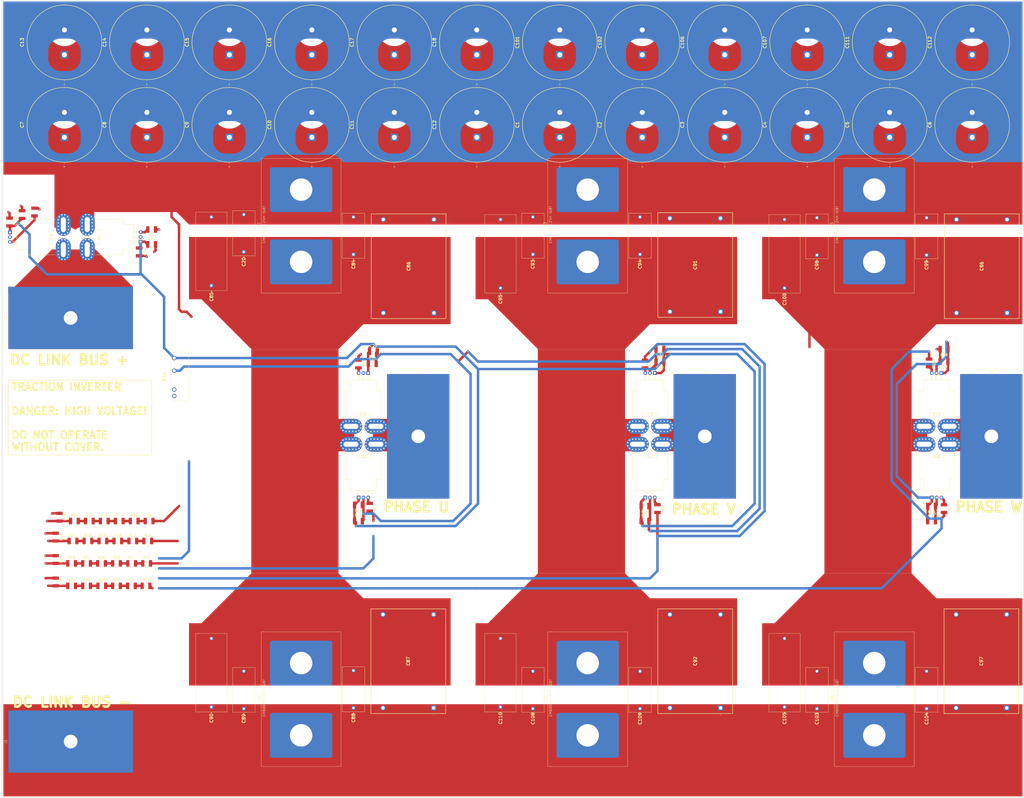
<source format=kicad_pcb>
(kicad_pcb (version 20241229) (generator "pcbnew") (generator_version "9.0")
  (layers (0 "F.Cu" signal) (4 "In1.Cu" signal) (6 "In2.Cu" signal) (2 "B.Cu" signal) (13 "F.Paste" user) (15 "B.Paste" user) (5 "F.SilkS" user "F.Silkscreen") (7 "B.SilkS" user "B.Silkscreen") (1 "F.Mask" user) (3 "B.Mask" user) (25 "Edge.Cuts" user))
  (net 0 "")
  (net 1 "DC_LINK_BUS")
  (net 2 "GNDPWR")
  (net 3 "+5V")
  (net 4 "GND")
  (net 5 "DC_LINK_BUS_IN")
  (net 6 "Net-(IC3-VIOUT)")
  (net 7 "Net-(IC4-VIOUT)")
  (net 8 "PHASE_U")
  (net 9 "PHASE_U_OUT")
  (net 10 "Net-(IC5-VIOUT)")
  (net 11 "Net-(IC6-VIOUT)")
  (net 12 "PHASE_V_OUT")
  (net 13 "PHASE_V")
  (net 14 "Net-(IC7-VIOUT)")
  (net 15 "Net-(IC8-VIOUT)")
  (net 16 "PHASE_W_OUT")
  (net 17 "PHASE_W")
  (net 18 "Net-(IC9-VIOUT)")
  (net 19 "Net-(IC10-VIOUT)")
  (net 20 "DC_LINK_BUS_CURRENT_SENSE")
  (net 21 "PHASE_U_ISENSE")
  (net 22 "PHASE_V_ISENSE")
  (net 23 "PHASE_W_ISENSE")
  (net 24 "Net-(R10-Pad2)")
  (net 25 "Net-(R10-Pad1)")
  (net 26 "Net-(R11-Pad1)")
  (net 27 "Net-(R12-Pad1)")
  (net 28 "Net-(R13-Pad1)")
  (net 29 "DC_LINK_BUS_VSENSE")
  (net 30 "Net-(R16-Pad1)")
  (net 31 "Net-(R17-Pad1)")
  (net 32 "Net-(R18-Pad1)")
  (net 33 "Net-(R19-Pad1)")
  (net 34 "Net-(R20-Pad1)")
  (net 35 "PHASE_U_VSENSE")
  (net 36 "Net-(R23-Pad1)")
  (net 37 "Net-(R24-Pad1)")
  (net 38 "Net-(R25-Pad1)")
  (net 39 "Net-(R26-Pad1)")
  (net 40 "Net-(R27-Pad1)")
  (net 41 "PHASE_V_VSENSE")
  (net 42 "Net-(R30-Pad1)")
  (net 43 "Net-(R31-Pad1)")
  (net 44 "Net-(R32-Pad1)")
  (net 45 "Net-(R33-Pad1)")
  (net 46 "Net-(R34-Pad1)")
  (net 47 "PHASE_W_VSENSE")
  (net 48 "+12V")
  (footprint "InverterCom:BusBarConnection" (layer "F.Cu") (at -83 72.5 90)
    (property "Reference" "J2")
    (property "Value" "~" (hide yes))
  )
  (footprint "InverterCom:ALH82A750CB600" (layer "F.Cu") (at 34.3 -33.1 90)
    (property "Reference" "C16")
    (property "Value" "ALH82A750CB600" (hide yes))
  )
  (footprint "InverterCom:ALH82A750CB600" (layer "F.Cu") (at -31.9 -33.1 90)
    (property "Reference" "C14")
    (property "Value" "ALH82A750CB600" (hide yes))
  )
  (footprint "InverterCom:ALH82A750CB600" (layer "F.Cu") (at 266.2 0 90)
    (property "Reference" "C5")
    (property "Value" "ALH82A750CB600" (hide yes))
  )
  (footprint "Resistor_SMD:R_1210_3225Metric_Pad1.30x2.65mm_HandSolder" (layer "F.Cu") (at -49.55 162)
    (property "Reference" "R19")
    (property "Value" "1M")
  )
  (footprint "InverterCom:ALH82A750CB600" (layer "F.Cu") (at 133.8 0 90)
    (property "Reference" "C1")
    (property "Value" "ALH82A750CB600" (hide yes))
  )
  (footprint "Capacitor_SMD:C_1210_3225Metric_Pad1.33x2.70mm_HandSolder" (layer "F.Cu") (at 53 147.5 180)
    (property "Reference" "C19")
    (property "Value" "100nF")
  )
  (footprint "InverterCom:CM600HA-24H-PWR" (layer "F.Cu") (at 145 240 90)
    (property "Reference" "Q4")
    (property "Value" "~" (hide yes))
  )
  (footprint "Capacitor_SMD:C_1210_3225Metric_Pad1.33x2.70mm_HandSolder" (layer "F.Cu") (at 168 154)
    (property "Reference" "C31")
    (property "Value" "1uF")
  )
  (footprint "Resistor_SMD:R_1210_3225Metric_Pad1.30x2.65mm_HandSolder" (layer "F.Cu") (at -61 154)
    (property "Reference" "R15")
    (property "Value" "0")
  )
  (footprint "Resistor_SMD:R_1210_3225Metric_Pad1.30x2.65mm_HandSolder" (layer "F.Cu") (at -31 154)
    (property "Reference" "R9")
    (property "Value" "1M")
  )
  (footprint "Capacitor_SMD:C_1210_3225Metric_Pad1.33x2.70mm_HandSolder" (layer "F.Cu") (at 174 90 180)
    (property "Reference" "C30")
    (property "Value" "100nF")
  )
  (footprint "InverterCom:BusBarConnection" (layer "F.Cu") (at 192 99.5)
    (property "Reference" "J4")
    (property "Value" "~" (hide yes))
  )
  (footprint "Resistor_SMD:R_1210_3225Metric_Pad1.30x2.65mm_HandSolder" (layer "F.Cu") (at -56.1 171)
    (property "Reference" "R27")
    (property "Value" "0")
  )
  (footprint "InverterCom:ALH82A750CB600" (layer "F.Cu") (at 133.8 -33.1 90)
    (property "Reference" "C101")
    (property "Value" "ALH82A750CB600" (hide yes))
  )
  (footprint "Resistor_SMD:R_1210_3225Metric_Pad1.30x2.65mm_HandSolder" (layer "F.Cu") (at -37.55 162)
    (property "Reference" "R17")
    (property "Value" "1M")
  )
  (footprint "InverterCom:CM600HA-24H-PWR" (layer "F.Cu") (at 30 240 90)
    (property "Reference" "Q2")
    (property "Value" "~" (hide yes))
  )
  (footprint "InverterCom:B32774X__31.5_x_12.5_" (layer "F.Cu") (at 224 60.5 90)
    (property "Reference" "C100")
    (property "Value" "B32774X0205K000" (hide yes))
  )
  (footprint "Capacitor_SMD:C_1210_3225Metric_Pad1.33x2.70mm_HandSolder" (layer "F.Cu") (at 288 85 180)
    (property "Reference" "C28")
    (property "Value" "1uF")
  )
  (footprint "InverterCom:CM600HA-24H-PWR" (layer "F.Cu") (at 145 50 90)
    (property "Reference" "Q3")
    (property "Value" "~" (hide yes))
  )
  (footprint "Resistor_SMD:R_1210_3225Metric_Pad1.30x2.65mm_HandSolder" (layer "F.Cu") (at -50 180)
    (property "Reference" "R33")
    (property "Value" "1M")
  )
  (footprint "Resistor_SMD:R_1210_3225Metric_Pad1.30x2.65mm_HandSolder" (layer "F.Cu") (at -77 30 90)
    (property "Reference" "R2")
    (property "Value" "4.7k")
  )
  (footprint "InverterCom:ALH82A750CB600" (layer "F.Cu") (at 299.3 0 90)
    (property "Reference" "C6")
    (property "Value" "ALH82A750CB600" (hide yes))
  )
  (footprint "InverterCom:CM600HA-24H-PWR" (layer "F.Cu") (at 260 50 90)
    (property "Reference" "Q5")
    (property "Value" "~" (hide yes))
  )
  (footprint "Sensor_Current:Allegro_CB_PFF" (layer "F.Cu") (at 283.12 144.585)
    (property "Reference" "IC9")
    (property "Value" "ACS772ECB-400B-PFF-T")
  )
  (footprint "Resistor_SMD:R_1210_3225Metric_Pad1.30x2.65mm_HandSolder" (layer "F.Cu") (at -61.55 162)
    (property "Reference" "R21")
    (property "Value" "0")
  )
  (footprint "InverterCom:ALH82A750CB600" (layer "F.Cu") (at 100.5 0 90)
    (property "Reference" "C12")
    (property "Value" "ALH82A750CB600" (hide yes))
  )
  (footprint "InverterCom:C4AQNBW5200M3LJ" (layer "F.Cu") (at 313.15 229 90)
    (property "Reference" "C97")
    (property "Value" "C4AQNBW5200M3LJ" (hide yes))
  )
  (footprint "Capacitor_SMD:C_1210_3225Metric_Pad1.33x2.70mm_HandSolder" (layer "F.Cu") (at -35 46 -90)
    (property "Reference" "C34")
    (property "Value" "100nF")
  )
  (footprint "InverterCom:CM600HA-24H-PWR" (layer "F.Cu") (at 260 240 90)
    (property "Reference" "Q6")
    (property "Value" "~" (hide yes))
  )
  (footprint "InverterCom:B32652__18_x_9_" (layer "F.Cu") (at 281 47.275 90)
    (property "Reference" "C99")
    (property "Value" "B32652A0104K000" (hide yes))
  )
  (footprint "Capacitor_SMD:C_1210_3225Metric_Pad1.33x2.70mm_HandSolder" (layer "F.Cu") (at 58.56 90.89)
    (property "Reference" "C32")
    (property "Value" "100nF")
  )
  (footprint "Resistor_SMD:R_1210_3225Metric_Pad1.30x2.65mm_HandSolder" (layer "F.Cu") (at -43 154)
    (property "Reference" "R11")
    (property "Value" "1M")
  )
  (footprint "Capacitor_SMD:C_1210_3225Metric_Pad1.33x2.70mm_HandSolder" (layer "F.Cu") (at -30 43)
    (property "Reference" "C23")
    (property "Value" "1uF")
  )
  (footprint "InverterCom:ALH82A750CB600" (layer "F.Cu") (at 67.4 -33.1 90)
    (property "Reference" "C17")
    (property "Value" "ALH82A750CB600" (hide yes))
  )
  (footprint "Capacitor_SMD:C_1210_3225Metric_Pad1.33x2.70mm_HandSolder" (layer "F.Cu") (at 174 85 180)
    (property "Reference" "C33")
    (property "Value" "1uF")
  )
  (footprint "InverterCom:ALH82A750CB600" (layer "F.Cu") (at 67.4 0 90)
    (property "Reference" "C11")
    (property "Value" "ALH82A750CB600" (hide yes))
  )
  (footprint "Resistor_SMD:R_1210_3225Metric_Pad1.30x2.65mm_HandSolder" (layer "F.Cu") (at -43.55 162)
    (property "Reference" "R18")
    (property "Value" "1M")
  )
  (footprint "Resistor_SMD:R_1210_3225Metric_Pad1.30x2.65mm_HandSolder" (layer "F.Cu") (at -37 154)
    (property "Reference" "R10")
    (property "Value" "1M")
  )
  (footprint "Resistor_SMD:R_1210_3225Metric_Pad1.30x2.65mm_HandSolder" (layer "F.Cu") (at -68.55 169.45 -90)
    (property "Reference" "R29")
    (property "Value" "4.7k")
  )
  (footprint "InverterCom:B32774X__31.5_x_12.5_" (layer "F.Cu") (at 110 228.625 90)
    (property "Reference" "C110")
    (property "Value" "B32774X0205K000" (hide yes))
  )
  (footprint "InverterCom:C4AQNBW5200M3LJ" (layer "F.Cu") (at 83.15 229 90)
    (property "Reference" "C87")
    (property "Value" "C4AQNBW5200M3LJ" (hide yes))
  )
  (footprint "InverterCom:ALH82A750CB600" (layer "F.Cu") (at 200 0 90)
    (property "Reference" "C3")
    (property "Value" "ALH82A750CB600" (hide yes))
  )
  (footprint "InverterCom:B32652__18_x_9_" (layer "F.Cu") (at 237 47.275 90)
    (property "Reference" "C98")
    (property "Value" "B32652A0104K000" (hide yes))
  )
  (footprint "Sensor_Current:Allegro_CB_PFF" (layer "F.Cu") (at -86.825 38.15 -90)
    (property "Reference" "IC3")
    (property "Value" "ACS772ECB-400B-PFF-T")
  )
  (footprint "InverterCom:B32652__18_x_9_" (layer "F.Cu") (at 237 229.275 90)
    (property "Reference" "C103")
    (property "Value" "B32652A0104K000" (hide yes))
  )
  (footprint "Resistor_SMD:R_1210_3225Metric_Pad1.30x2.65mm_HandSolder" (layer "F.Cu") (at -55.55 162)
    (property "Reference" "R20")
    (property "Value" "0")
  )
  (footprint "Sensor_Current:Allegro_CB_PFF" (layer "F.Cu") (at 56.91 94.6 180)
    (property "Reference" "IC6")
    (property "Value" "ACS772ECB-400B-PFF-T")
  )
  (footprint "InverterCom:B32652__18_x_9_" (layer "F.Cu") (at 7 46 90)
    (property "Reference" "C20")
    (property "Value" "B32652A0104K000" (hide yes))
  )
  (footprint "InverterCom:ALH82A750CB600" (layer "F.Cu") (at 100.5 -33.1 90)
    (property "Reference" "C18")
    (property "Value" "ALH82A750CB600" (hide yes))
  )
  (footprint "InverterCom:ALH82A750CB600" (layer "F.Cu") (at 266.2 -33.1 90)
    (property "Reference" "C111")
    (property "Value" "ALH82A750CB600" (hide yes))
  )
  (footprint "Resistor_SMD:R_1210_3225Metric_Pad1.30x2.65mm_HandSolder" (layer "F.Cu") (at -49 154)
    (property "Reference" "R12")
    (property "Value" "1M")
  )
  (footprint "Resistor_SMD:R_1210_3225Metric_Pad1.30x2.65mm_HandSolder" (layer "F.Cu") (at -68.55 178.45 -90)
    (property "Reference" "R36")
    (property "Value" "4.7k")
  )
  (footprint "InverterCom:CM600HA-24H-PWR" (layer "F.Cu") (at 30 50 90)
    (property "Reference" "Q1")
    (property "Value" "~" (hide yes))
  )
  (footprint "InverterCom:RKE1205SH" (layer "F.Cu") (at -20.915 103.825 90)
    (property "Reference" "PS1")
    (property "Value" "RKE-1205S_H" (hide yes))
  )
  (footprint "InverterCom:B32652__18_x_9_" (layer "F.Cu") (at 51 229 90)
    (property "Reference" "C88")
    (property "Value" "B32652A0104K000" (hide yes))
  )
  (footprint "InverterCom:ALH82A750CB600" (layer "F.Cu") (at 1.2 0 90)
    (property "Reference" "C9")
    (property "Value" "ALH82A750CB600" (hide yes))
  )
  (footprint "Capacitor_SMD:C_1210_3225Metric_Pad1.33x2.70mm_HandSolder" (layer "F.Cu") (at 283 154)
    (property "Reference" "C37")
    (property "Value" "1uF")
  )
  (footprint "InverterCom:ALH82A750CB600" (layer "F.Cu") (at 1.2 -33.1 90)
    (property "Reference" "C15")
    (property "Value" "ALH82A750CB600" (hide yes))
  )
  (footprint "InverterCom:B32652__18_x_9_" (layer "F.Cu") (at 166 47 90)
    (property "Reference" "C94")
    (property "Value" "B32652A0104K000" (hide yes))
  )
  (footprint "Sensor_Current:Allegro_CB_PFF" (layer "F.Cu") (at 53.1 144.585)
    (property "Reference" "IC5")
    (property "Value" "ACS772ECB-400B-PFF-T")
  )
  (footprint "Capacitor_SMD:C_1210_3225Metric_Pad1.33x2.70mm_HandSolder" (layer "F.Cu") (at 288 90 180)
    (property "Reference" "C27")
    (property "Value" "100nF")
  )
  (footprint "InverterCom:C4AQNBW5200M3LJ" (layer "F.Cu") (at 313.3 70.5 90)
    (property "Reference" "C96")
    (property "Value" "C4AQNBW5200M3LJ" (hide yes))
  )
  (footprint "InverterCom:ALH82A750CB600" (layer "F.Cu") (at 166.9 0 90)
    (property "Reference" "C2")
    (property "Value" "ALH82A750CB600" (hide yes))
  )
  (footprint "InverterCom:B32652__18_x_9_" (layer "F.Cu") (at 123 229.275 90)
    (property "Reference" "C108")
    (property "Value" "B32652A0104K000" (hide yes))
  )
  (footprint "InverterCom:BusBarConnection" (layer "F.Cu") (at 307 99.5)
    (property "Reference" "J5")
    (property "Value" "~" (hide yes))
  )
  (footprint "InverterCom:ALH82A750CB600" (layer "F.Cu") (at -65 -33.1 90)
    (property "Reference" "C13")
    (property "Value" "ALH82A750CB600" (hide yes))
  )
  (footprint "Resistor_SMD:R_1210_3225Metric_Pad1.30x2.65mm_HandSolder" (layer "F.Cu") (at 168 91 -90)
    (property "Reference" "R6")
    (property "Value" "4.7k")
  )
  (footprint "Resistor_SMD:R_1210_3225Metric_Pad1.30x2.65mm_HandSolder" (layer "F.Cu") (at -44.1 180)
    (property "Reference" "R32")
    (property "Value" "1M")
  )
  (footprint "Capacitor_SMD:C_1210_3225Metric_Pad1.33x2.70mm_HandSolder" (layer "F.Cu") (at -87 34 -90)
    (property "Reference" "C22")
    (property "Value" "100nF")
  )
  (footprint "InverterCom:B32774X__31.5_x_12.5_" (layer "F.Cu") (at -6 228.625 90)
    (property "Reference" "C90")
    (property "Value" "B32774X0205K000" (hide yes))
  )
  (footprint "InverterCom:B32652__18_x_9_" (layer "F.Cu") (at 281 229.275 90)
    (property "Reference" "C104")
    (property "Value" "B32652A0104K000" (hide yes))
  )
  (footprint "InverterCom:ALH82A750CB600" (layer "F.Cu") (at -31.9 0 90)
    (property "Reference" "C8")
    (property "Value" "ALH82A750CB600" (hide yes))
  )
  (footprint "Sensor_Current:Allegro_CB_PFF" (layer "F.Cu") (at -34.43 41.9 90)
    (property "Reference" "IC4")
    (property "Value" "ACS772ECB-400B-PFF-T")
  )
  (footprint "InverterCom:ALH82A750CB600" (layer "F.Cu") (at 34.3 0 90)
    (property "Reference" "C10")
    (property "Value" "ALH82A750CB600" (hide yes))
  )
  (footprint "Resistor_SMD:R_1210_3225Metric_Pad1.30x2.65mm_HandSolder" (layer "F.Cu") (at -56.1 180)
    (property "Reference" "R34")
    (property "Value" "0")
  )
  (footprint "InverterCom:C4AQNBW5200M3LJ" (layer "F.Cu") (at 83.3 70.5 90)
    (property "Reference" "C86")
    (property "Value" "C4AQNBW5200M3LJ" (hide yes))
  )
  (footprint "InverterCom:B32774X__31.5_x_12.5_" (layer "F.Cu") (at 110 60.5 90)
    (property "Reference" "C95")
    (property "Value" "B32774X0205K000" (hide yes))
  )
  (footprint "InverterCom:B32652__18_x_9_" (layer "F.Cu") (at 123 47 90)
    (property "Reference" "C93")
    (property "Value" "B32652A0104K000" (hide yes))
  )
  (footprint "InverterCom:ALH82A750CB600" (layer "F.Cu") (at -65 0 90)
    (property "Reference" "C7")
    (property "Value" "ALH82A750CB600" (hide yes))
  )
  (footprint "Resistor_SMD:R_1210_3225Metric_Pad1.30x2.65mm_HandSolder" (layer "F.Cu") (at -68.55 160.45 -90)
    (property "Reference" "R22")
    (property "Value" "4.7k")
  )
  (footprint "Resistor_SMD:R_1210_3225Metric_Pad1.30x2.65mm_HandSolder" (layer "F.Cu") (at -38.1 180)
    (property "Reference" "R31")
    (property "Value" "1M")
  )
  (footprint "Resistor_SMD:R_1210_3225Metric_Pad1.30x2.65mm_HandSolder" (layer "F.Cu") (at 173 149 -90)
    (property "Reference" "R5")
    (property "Value" "4.7k")
  )
  (footprint "Capacitor_SMD:C_1210_3225Metric_Pad1.33x2.70mm_HandSolder" (layer "F.Cu") (at -82 31 90)
    (property "Reference" "C21")
    (property "Value" "1uF")
  )
  (footprint "InverterCom:B32652__18_x_9_" (layer "F.Cu") (at 51 47 90)
    (property "Reference" "C84")
    (property "Value" "B32652A0104K000" (hide yes))
  )
  (footprint "Resistor_SMD:R_1210_3225Metric_Pad1.30x2.65mm_HandSolder" (layer "F.Cu") (at -55 154)
    (property "Reference" "R13")
    (property "Value" "0")
  )
  (footprint "InverterCom:B32774X__31.5_x_12.5_" (layer "F.Cu") (at -6 59.5 90)
    (property "Reference" "C85")
    (property "Value" "B32774X0205K000" (hide yes))
  )
  (footprint "Capacitor_SMD:C_1210_3225Metric_Pad1.33x2.70mm_HandSolder" (layer "F.Cu") (at 168 148 180)
    (property "Reference" "C24")
    (property "Value" "100nF")
  )
  (footprint "InverterCom:C4AQNBW5200M3LJ" (layer "F.Cu") (at 198.3 70 90)
    (property "Reference" "C91")
    (property "Value" "C4AQNBW5200M3LJ" (hide yes))
  )
  (footprint "Resistor_SMD:R_1210_3225Metric_Pad1.30x2.65mm_HandSolder" (layer "F.Cu") (at -31.55 162)
    (property "Reference" "R16")
    (property "Value" "1M")
  )
  (footprint "Resistor_SMD:R_1210_3225Metric_Pad1.30x2.65mm_HandSolder" (layer "F.Cu") (at -62.1 171)
    (property "Reference" "R28")
    (property "Value" "0")
  )
  (footprint "Resistor_SMD:R_1210_3225Metric_Pad1.30x2.65mm_HandSolder" (layer "F.Cu") (at 53 91 -90)
    (property "Reference" "R4")
    (property "Value" "4.7k")
  )
  (footprint "InverterCom:ALH82A750CB600" (layer "F.Cu") (at 200 -33.1 90)
    (property "Reference" "C106")
    (property "Value" "ALH82A750CB600" (hide yes))
  )
  (footprint "InverterCom:B32652__18_x_9_" (layer "F.Cu") (at 7 229.275 90)
    (property "Reference" "C89")
    (property "Value" "B32652A0104K000" (hide yes))
  )
  (footprint "Resistor_SMD:R_1210_3225Metric_Pad1.30x2.65mm_HandSolder" (layer "F.Cu") (at 288 149 -90)
    (property "Reference" "R7")
    (property "Value" "4.7k")
  )
  (footprint "InverterCom:ALH82A750CB600" (layer "F.Cu") (at 299.3 -33.1 90)
    (property "Reference" "C112")
    (property "Value" "ALH82A750CB600" (hide yes))
  )
  (footprint "InverterCom:ALH82A750CB600" (layer "F.Cu") (at 233.1 -33.1 90)
    (property "Reference" "C107")
    (property "Value" "ALH82A750CB600" (hide yes))
  )
  (footprint "Capacitor_SMD:C_1210_3225Metric_Pad1.33x2.70mm_HandSolder" (layer "F.Cu") (at 53 154)
    (property "Reference" "C25")
    (property "Value" "1uF")
  )
  (footprint "InverterCom:ALH82A750CB600" (layer "F.Cu") (at 233.1 0 90)
    (property "Reference" "C4")
    (property "Value" "ALH82A750CB600" (hide yes))
  )
  (footprint "Capacitor_SMD:C_1210_3225Metric_Pad1.33x2.70mm_HandSolder" (layer "F.Cu") (at 59 86)
    (property "Reference" "C29")
    (property "Value" "1uF")
  )
  (footprint "InverterCom:C4AQNBW5200M3LJ" (layer "F.Cu") (at 198.3 229 90)
    (property "Reference" "C92")
    (property "Value" "C4AQNBW5200M3LJ" (hide yes))
  )
  (footprint "Resistor_SMD:R_1210_3225Metric_Pad1.30x2.65mm_HandSolder" (layer "F.Cu") (at -30 37 180)
    (property "Reference" "R1")
    (property "Value" "4.7k")
  )
  (footprint "InverterCom:BusBarConnection" (layer "F.Cu") (at -83 242.5 90)
    (property "Reference" "J1")
    (property "Value" "~" (hide yes))
  )
  (footprint "Resistor_SMD:R_1210_3225Metric_Pad1.30x2.65mm_HandSolder" (layer "F.Cu") (at -67 152.45 -90)
    (property "Reference" "R14")
    (property "Value" "4.7k")
  )
  (footprint "InverterCom:B32652__18_x_9_" (layer "F.Cu") (at 166 229.275 90)
    (property "Reference" "C109")
    (property "Value" "B32652A0104K000" (hide yes))
  )
  (footprint "Resistor_SMD:R_1210_3225Metric_Pad1.30x2.65mm_HandSolder" (layer "F.Cu") (at -62.1 180)
    (property "Reference" "R35")
    (property "Value" "0")
  )
  (footprint "Resistor_SMD:R_1210_3225Metric_Pad1.30x2.65mm_HandSolder" (layer "F.Cu") (at -38 171)
    (property "Reference" "R24")
    (property "Value" "1M")
  )
  (footprint "InverterCom:BusBarConnection" (layer "F.Cu") (at 77 99.5)
    (property "Reference" "J3")
    (property "Value" "~" (hide yes))
  )
  (footprint "Capacitor_SMD:C_1210_3225Metric_Pad1.33x2.70mm_HandSolder" (layer "F.Cu") (at 283 148 180)
    (property "Reference" "C26")
    (property "Value" "100nF")
  )
  (footprint "Sensor_Current:Allegro_CB_PFF" (layer "F.Cu") (at 171.91 94.6 180)
    (property "Reference" "IC8")
    (property "Value" "ACS772ECB-400B-PFF-T")
  )
  (footprint "Resistor_SMD:R_1210_3225Metric_Pad1.30x2.65mm_HandSolder" (layer "F.Cu") (at 282 90.55 -90)
    (property "Reference" "R8")
    (property "Value" "4.7k")
  )
  (footprint "Resistor_SMD:R_1210_3225Metric_Pad1.30x2.65mm_HandSolder" (layer "F.Cu") (at -32.26 180)
    (property "Reference" "R30")
    (property "Value" "1M")
  )
  (footprint "Sensor_Current:Allegro_CB_PFF" (layer "F.Cu") (at 168.1 144.585)
    (property "Reference" "IC7")
    (property "Value" "ACS772ECB-400B-PFF-T")
  )
  (footprint "Sensor_Current:Allegro_CB_PFF" (layer "F.Cu") (at 286.91 94.6 180)
    (property "Reference" "IC10")
    (property "Value" "ACS772ECB-400B-PFF-T")
  )
  (footprint "InverterCom:ALH82A750CB600" (layer "F.Cu") (at 166.9 -33.1 90)
    (property "Reference" "C102")
    (property "Value" "ALH82A750CB600" (hide yes))
  )
  (footprint "Resistor_SMD:R_1210_3225Metric_Pad1.30x2.65mm_HandSolder" (layer "F.Cu") (at -50.1 171)
    (property "Reference" "R26")
    (property "Value" "1M")
  )
  (footprint "Resistor_SMD:R_1210_3225Metric_Pad1.30x2.65mm_HandSolder" (layer "F.Cu") (at -44.1 171)
    (property "Reference" "R25")
    (property "Value" "1M")
  )
  (footprint "Resistor_SMD:R_1210_3225Metric_Pad1.30x2.65mm_HandSolder" (layer "F.Cu") (at 57.5 148.45 -90)
    (property "Reference" "R3")
    (property "Value" "4.7k")
  )
  (footprint "Resistor_SMD:R_1210_3225Metric_Pad1.30x2.65mm_HandSolder" (layer "F.Cu") (at -32 171)
    (property "Reference" "R23")
    (property "Value" "1M")
  )
  (footprint "InverterCom:B32774X__31.5_x_12.5_" (layer "F.Cu") (at 224 228.625 90)
    (property "Reference" "C105")
    (property "Value" "B32774X0205K000" (hide yes))
  )
  (gr_rect (start -90 -55) (end 320 265) (stroke (width 0.2)) (fill no) (layer "Edge.Cuts"))
  (gr_text "DC LINK BUS +" (at -63 87 0) (layer "F.SilkS") (effects (font (size 4 4) (thickness 1) (bold yes)) (justify top)))
  (gr_text "PHASE W\n" (at 320 146 0) (layer "F.SilkS") (effects (font (size 4 4) (thickness 1) (bold yes)) (justify right top)))
  (gr_text "PHASE V" (at 205 147 0) (layer "F.SilkS") (effects (font (size 4 4) (thickness 1) (bold yes)) (justify right top)))
  (gr_text "PHASE U" (at 90 146 0) (layer "F.SilkS") (effects (font (size 4 4) (thickness 1) (bold yes)) (justify right top)))
  (gr_text "DC LINK BUS -" (at -62 229 0) (layer "F.SilkS") (effects (font (size 4 4) (thickness 1) (bold yes)) (justify bottom)))
  (gr_text_box "TRACTION INVERTER\n\nDANGER: HIGH VOLTAGE!\n\nDO NOT OPERATE WITHOUT COVER." (start -87.5 97.5) (end -30 127.5) (margins 1.0025 1.0025 1.0025 1.0025) (layer "F.SilkS") (effects (font (size 3 3) (thickness 0.7) (bold yes)) (justify left top)) (border yes) (stroke (width 0.2)))
  (segment (start -19 69) (end -19 36) (width 1) (layer "F.Cu") (net 1))
  (segment (start -18 70) (end -19 69) (width 1) (layer "F.Cu") (net 1))
  (segment (start -29.45 154) (end -25 154) (width 1) (layer "F.Cu") (net 1))
  (segment (start -16 70) (end -18 70) (width 1) (layer "F.Cu") (net 1))
  (segment (start -19 35) (end -22 32) (width 1) (layer "F.Cu") (net 1))
  (segment (start -25 154) (end -19 148) (width 1) (layer "F.Cu") (net 1))
  (segment (start -14 72) (end -16 70) (width 1) (layer "F.Cu") (net 1))
  (segment (start -22 32) (end -22 29) (width 1) (layer "F.Cu") (net 1))
  (segment (start -19 36) (end -19 35) (width 1) (layer "F.Cu") (net 1))
  (segment (start -67 150.9) (end -69.9 150.9) (width 1) (layer "F.Cu") (net 2))
  (segment (start -72.45 158.9) (end -72.55 159) (width 1) (layer "F.Cu") (net 2))
  (segment (start -68.55 167.9) (end -72.45 167.9) (width 1) (layer "F.Cu") (net 2))
  (segment (start -68.55 176.9) (end -72.45 176.9) (width 1) (layer "F.Cu") (net 2))
  (segment (start -68.55 158.9) (end -72.45 158.9) (width 1) (layer "F.Cu") (net 2))
  (segment (start -69.9 150.9) (end -70 151) (width 1) (layer "F.Cu") (net 2))
  (segment (start -72.45 176.9) (end -72.55 177) (width 1) (layer "F.Cu") (net 2))
  (segment (start -72.45 167.9) (end -72.55 168) (width 1) (layer "F.Cu") (net 2))
  (via (at -72.55 168) (size 0.6) (drill 0.3) (layers "F.Cu" "B.Cu") (net 2))
  (via (at -72.55 159) (size 0.6) (drill 0.3) (layers "F.Cu" "B.Cu") (net 2))
  (via (at -70 151) (size 0.6) (drill 0.3) (layers "F.Cu" "B.Cu") (net 2))
  (segment (start 167 156) (end 167 154.5625) (width 1) (layer "F.Cu") (net 3))
  (segment (start 281.4375 148) (end 281.4375 154) (width 1) (layer "F.Cu") (net 3))
  (segment (start 289.5625 82.5625) (end 289 82) (width 1) (layer "F.Cu") (net 3))
  (segment (start 175.5625 93.4375) (end 175.5625 87) (width 1) (layer "F.Cu") (net 3))
  (segment (start 52 154.5625) (end 51.4375 154) (width 1) (layer "F.Cu") (net 3))
  (segment (start 167 154.5625) (end 166.4375 154) (width 1) (layer "F.Cu") (net 3))
  (segment (start 53.1 145.8375) (end 51.4375 147.5) (width 1) (layer "F.Cu") (net 3))
  (segment (start 56.91 86.5275) (end 57.4375 86) (width 1) (layer "F.Cu") (net 3))
  (segment (start 51.4375 147.5) (end 51.4375 154) (width 1) (layer "F.Cu") (net 3))
  (segment (start -85 35.5625) (end -83.71875 34.28125) (width 1) (layer "F.Cu") (net 3))
  (segment (start 56.91 94.6) (end 56.91 86.5275) (width 1) (layer "F.Cu") (net 3))
  (segment (start -34.43 41.9) (end -34.43 43.8675) (width 1) (layer "F.Cu") (net 3))
  (segment (start 174.4 94.6) (end 175.5625 93.4375) (width 1) (layer "F.Cu") (net 3))
  (segment (start 286.91 94.6) (end 288.4 94.6) (width 1) (layer "F.Cu") (net 3))
  (segment (start -86.825 38.15) (end -86.825 35.7375) (width 1) (layer "F.Cu") (net 3))
  (segment (start -82 32.5625) (end -83.71875 34.28125) (width 1) (layer "F.Cu") (net 3))
  (segment (start -34.43 41.9) (end -32.6625 41.9) (width 1) (layer "F.Cu") (net 3))
  (segment (start 175.5625 87) (end 175.5625 85) (width 1) (layer "F.Cu") (net 3))
  (segment (start 57.4375 86) (end 57.4375 84.5625) (width 1) (layer "F.Cu") (net 3))
  (segment (start 175.5625 87) (end 178 87) (width 1) (layer "F.Cu") (net 3))
  (segment (start -34.43 43.8675) (end -35 44.4375) (width 1) (layer "F.Cu") (net 3))
  (segment (start 289.5625 93.4375) (end 289.5625 90) (width 1) (layer "F.Cu") (net 3))
  (segment (start 283.12 144.585) (end 283.12 146.3175) (width 1) (layer "F.Cu") (net 3))
  (segment (start 166.4375 148) (end 166.4375 154) (width 1) (layer "F.Cu") (net 3))
  (segment (start 52 156) (end 52 154.5625) (width 1) (layer "F.Cu") (net 3))
  (segment (start -32.6625 41.9) (end -31.5625 43) (width 1) (layer "F.Cu") (net 3))
  (segment (start 53.1 144.585) (end 53.1 145.8375) (width 1) (layer "F.Cu") (net 3))
  (segment (start 171.91 94.6) (end 174.4 94.6) (width 1) (layer "F.Cu") (net 3))
  (segment (start -87 35.5625) (end -85 35.5625) (width 1) (layer "F.Cu") (net 3))
  (segment (start 168.1 144.585) (end 166.4375 146.2475) (width 1) (layer "F.Cu") (net 3))
  (segment (start 288.4 94.6) (end 289.5625 93.4375) (width 1) (layer "F.Cu") (net 3))
  (segment (start 57.4375 84.5625) (end 59 83) (width 1) (layer "F.Cu") (net 3))
  (segment (start 166.4375 146.2475) (end 166.4375 148) (width 1) (layer "F.Cu") (net 3))
  (segment (start 289.5625 90) (end 289.5625 85) (width 1) (layer "F.Cu") (net 3))
  (segment (start -86.825 35.7375) (end -87 35.5625) (width 1) (layer "F.Cu") (net 3))
  (segment (start 289.5625 85) (end 289.5625 82.5625) (width 1) (layer "F.Cu") (net 3))
  (segment (start 283.12 146.3175) (end 281.4375 148) (width 1) (layer "F.Cu") (net 3))
  (via (at 178 87) (size 0.6) (drill 0.3) (layers "F.Cu" "B.Cu") (net 3))
  (via (at 167 156) (size 0.6) (drill 0.3) (layers "F.Cu" "B.Cu") (net 3))
  (via (at 289 82) (size 0.6) (drill 0.3) (layers "F.Cu" "B.Cu") (net 3))
  (via (at 52 156) (size 0.6) (drill 0.3) (layers "F.Cu" "B.Cu") (net 3))
  (via (at -83.71875 34.28125) (size 0.6) (drill 0.3) (layers "F.Cu" "B.Cu") (net 3))
  (via (at 209 91) (size 0.6) (drill 0.3) (layers "F.Cu" "B.Cu") (net 3))
  (via (at 59 83) (size 0.6) (drill 0.3) (layers "F.Cu" "B.Cu") (net 3))
  (segment (start 212 94) (end 205 87) (width 1) (layer "B.Cu") (net 3))
  (segment (start 212 147) (end 212 94) (width 1) (layer "B.Cu") (net 3))
  (segment (start -79 39) (end -79 48) (width 1) (layer "B.Cu") (net 3))
  (segment (start 277.585 144.585) (end 283.12 144.585) (width 1) (layer "B.Cu") (net 3))
  (segment (start 90 84) (end 92 84) (width 1) (layer "B.Cu") (net 3))
  (segment (start 101 147) (end 92 156) (width 1) (layer "B.Cu") (net 3))
  (segment (start 48.415 88.585) (end 54 83) (width 1) (layer "B.Cu") (net 3))
  (segment (start -43 55) (end -35 55) (width 1) (layer "B.Cu") (net 3))
  (segment (start 205 87) (end 178 87) (width 1) (layer "B.Cu") (net 3))
  (segment (start 269 136) (end 277.585 144.585) (width 1) (layer "B.Cu") (net 3))
  (segment (start 289 88) (end 286 91) (width 1) (layer "B.Cu") (net 3))
  (segment (start 101 93) (end 101 147) (width 1) (layer "B.Cu") (net 3))
  (segment (start -79 48) (end -72 55) (width 1) (layer "B.Cu") (net 3))
  (segment (start 289 82) (end 289 88) (width 1) (layer "B.Cu") (net 3))
  (segment (start 54 83) (end 59 83) (width 1) (layer "B.Cu") (net 3))
  (segment (start 269 99) (end 269 136) (width 1) (layer "B.Cu") (net 3))
  (segment (start -43 55) (end -34 55) (width 1) (layer "B.Cu") (net 3))
  (segment (start 101 93) (end 172 93) (width 1) (layer "B.Cu") (net 3))
  (segment (start -25 64) (end -25 84.5) (width 1) (layer "B.Cu") (net 3))
  (segment (start 172 93) (end 178 87) (width 1) (layer "B.Cu") (net 3))
  (segment (start -25 84.5) (end -20.915 88.585) (width 1) (layer "B.Cu") (net 3))
  (segment (start -20.915 88.585) (end 48.415 88.585) (width 1) (layer "B.Cu") (net 3))
  (segment (start 203 156) (end 212 147) (width 1) (layer "B.Cu") (net 3))
  (segment (start 60 84) (end 90 84) (width 1) (layer "B.Cu") (net 3))
  (segment (start -35 55) (end -34.43 54.43) (width 1) (layer "B.Cu") (net 3))
  (segment (start 167 156) (end 203 156) (width 1) (layer "B.Cu") (net 3))
  (segment (start -72 55) (end -43 55) (width 1) (layer "B.Cu") (net 3))
  (segment (start 92 84) (end 101 93) (width 1) (layer "B.Cu") (net 3))
  (segment (start -34.43 54.43) (end -34.43 41.9) (width 1) (layer "B.Cu") (net 3))
  (segment (start 92 156) (end 52 156) (width 1) (layer "B.Cu") (net 3))
  (segment (start 59 83) (end 60 84) (width 1) (layer "B.Cu") (net 3))
  (segment (start 277 91) (end 269 99) (width 1) (layer "B.Cu") (net 3))
  (segment (start 286 91) (end 277 91) (width 1) (layer "B.Cu") (net 3))
  (segment (start -83.71875 34.28125) (end -79 39) (width 1) (layer "B.Cu") (net 3))
  (segment (start -34 55) (end -25 64) (width 1) (layer "B.Cu") (net 3))
  (segment (start 55.01 151) (end 55.01 153.5525) (width 1) (layer "F.Cu") (net 4))
  (segment (start -82 29.4375) (end -82 28) (width 1) (layer "F.Cu") (net 4))
  (segment (start 286.4375 85) (end 286.4375 90) (width 1) (layer "F.Cu") (net 4))
  (segment (start 60.1225 89) (end 60.1225 90.89) (width 1) (layer "F.Cu") (net 4))
  (segment (start 60.1225 90.89) (end 60.1225 86.44) (width 1) (layer "F.Cu") (net 4))
  (segment (start -87 32.4375) (end -87 30.5) (width 1) (layer "F.Cu") (net 4))
  (segment (start -82 28) (end -82.5 27.5) (width 1) (layer "F.Cu") (net 4))
  (segment (start 285.03 147.5325) (end 284.5625 148) (width 1) (layer "F.Cu") (net 4))
  (segment (start 172.4375 91.10184) (end 172.4375 90) (width 1) (layer "F.Cu") (net 4))
  (segment (start 55.01 144.585) (end 55.01 151) (width 1) (layer "F.Cu") (net 4))
  (segment (start 286.4375 90) (end 285 91.4375) (width 1) (layer "F.Cu") (net 4))
  (segment (start 284.5625 148) (end 284.5625 151) (width 1) (layer "F.Cu") (net 4))
  (segment (start -87 30.5) (end -87.5 30) (width 1) (layer "F.Cu") (net 4))
  (segment (start 170 94.6) (end 170 93.53934) (width 1) (layer "F.Cu") (net 4))
  (segment (start 169.5625 157.5625) (end 170 158) (width 1) (layer "F.Cu") (net 4))
  (segment (start 169.5625 154) (end 169.5625 157.5625) (width 1) (layer "F.Cu") (net 4))
  (segment (start 170.01 144.585) (end 170.01 153.5525) (width 1) (layer "F.Cu") (net 4))
  (segment (start 286.4375 85) (end 285 85) (width 1) (layer "F.Cu") (net 4))
  (segment (start -28.4375 43) (end -28.4375 45.4375) (width 1) (layer "F.Cu") (net 4))
  (segment (start -28.4375 45.4375) (end -29 46) (width 1) (layer "F.Cu") (net 4))
  (segment (start 170 93.53934) (end 172.4375 91.10184) (width 1) (layer "F.Cu") (net 4))
  (segment (start -35 47.5625) (end -32.4375 47.5625) (width 1) (layer "F.Cu") (net 4))
  (segment (start 93 90) (end 97 86) (width 1) (layer "F.Cu") (net 4))
  (segment (start 172.4375 87) (end 172.4375 90) (width 1) (layer "F.Cu") (net 4))
  (segment (start -32.4375 47.5625) (end -32 48) (width 1) (layer "F.Cu") (net 4))
  (segment (start 172.4375 85) (end 172.4375 87) (width 1) (layer "F.Cu") (net 4))
  (segment (start 285.03 144.585) (end 285.03 147.5325) (width 1) (layer "F.Cu") (net 4))
  (segment (start 284.5625 151) (end 284.5625 154) (width 1) (layer "F.Cu") (net 4))
  (segment (start 285 91.4375) (end 285 94.6) (width 1) (layer "F.Cu") (net 4))
  (segment (start 60.1225 86.44) (end 60.5625 86) (width 1) (layer "F.Cu") (net 4))
  (segment (start 55.01 153.5525) (end 54.5625 154) (width 1) (layer "F.Cu") (net 4))
  (segment (start 170.01 153.5525) (end 169.5625 154) (width 1) (layer "F.Cu") (net 4))
  (via (at 93 90) (size 0.6) (drill 0.3) (layers "F.Cu" "B.Cu") (net 4))
  (via (at 55.01 151) (size 0.6) (drill 0.3) (layers "F.Cu" "B.Cu") (net 4))
  (via (at -87.5 30) (size 0.6) (drill 0.3) (layers "F.Cu" "B.Cu") (net 4))
  (via (at 214 92) (size 0.6) (drill 0.3) (layers "F.Cu" "B.Cu") (net 4))
  (via (at 214 92) (size 0.6) (drill 0.3) (layers "F.Cu" "B.Cu") (net 4))
  (via (at 172.4375 87) (size 0.6) (drill 0.3) (layers "F.Cu" "B.Cu") (net 4))
  (via (at 170 158) (size 0.6) (drill 0.3) (layers "F.Cu" "B.Cu") (net 4))
  (via (at -29 46) (size 0.6) (drill 0.3) (layers "F.Cu" "B.Cu") (net 4))
  (via (at 60.1225 89) (size 0.6) (drill 0.3) (layers "F.Cu" "B.Cu") (net 4))
  (via (at 285 85) (size 0.6) (drill 0.3) (layers "F.Cu" "B.Cu") (net 4))
  (via (at -82.5 27.5) (size 0.6) (drill 0.3) (layers "F.Cu" "B.Cu") (net 4))
  (via (at 284.5625 151) (size 0.6) (drill 0.3) (layers "F.Cu" "B.Cu") (net 4))
  (via (at -32 48) (size 0.6) (drill 0.3) (layers "F.Cu" "B.Cu") (net 4))
  (via (at 97 86) (size 0.6) (drill 0.3) (layers "F.Cu" "B.Cu") (net 4))
  (segment (start 60.1225 88.8775) (end 60.1225 89) (width 1) (layer "B.Cu") (net 4))
  (segment (start 175 87) (end 177 85) (width 1) (layer "B.Cu") (net 4))
  (segment (start 93 90) (end 90 87) (width 1) (layer "B.Cu") (net 4))
  (segment (start 59 151) (end 55.01 151) (width 1) (layer "B.Cu") (net 4))
  (segment (start 90 87) (end 62 87) (width 1) (layer "B.Cu") (net 4))
  (segment (start 52 89) (end 49 92) (width 1) (layer "B.Cu") (net 4))
  (segment (start 172.4375 87) (end 175 87) (width 1) (layer "B.Cu") (net 4))
  (segment (start -18.665 93.665) (end -20.915 93.665) (width 1) (layer "B.Cu") (net 4))
  (segment (start 214 92) (end 214 146) (width 1) (layer "B.Cu") (net 4))
  (segment (start -17 92) (end -18.665 93.665) (width 1) (layer "B.Cu") (net 4))
  (segment (start 214 146) (end 214 149) (width 1) (layer "B.Cu") (net 4))
  (segment (start 207 85) (end 214 92) (width 1) (layer "B.Cu") (net 4))
  (segment (start 214 149) (end 205 158) (width 1) (layer "B.Cu") (net 4))
  (segment (start 62 87) (end 60.1225 88.8775) (width 1) (layer "B.Cu") (net 4))
  (segment (start 91 154) (end 62 154) (width 1) (layer "B.Cu") (net 4))
  (segment (start 205 85) (end 207 85) (width 1) (layer "B.Cu") (net 4))
  (segment (start 170 158) (end 171 158) (width 1) (layer "B.Cu") (net 4))
  (segment (start 60.1225 89) (end 52 89) (width 1) (layer "B.Cu") (net 4))
  (segment (start 169.4375 90) (end 172.4375 87) (width 1) (layer "B.Cu") (net 4))
  (segment (start 49 92) (end -17 92) (width 1) (layer "B.Cu") (net 4))
  (segment (start 98 95) (end 98 147) (width 1) (layer "B.Cu") (net 4))
  (segment (start 62 154) (end 59 151) (width 1) (layer "B.Cu") (net 4))
  (segment (start 98 147) (end 91 154) (width 1) (layer "B.Cu") (net 4))
  (segment (start 205 158) (end 170 158) (width 1) (layer "B.Cu") (net 4))
  (segment (start 93 90) (end 98 95) (width 1) (layer "B.Cu") (net 4))
  (segment (start 177 85) (end 205 85) (width 1) (layer "B.Cu") (net 4))
  (segment (start 97 86) (end 101 90) (width 1) (layer "B.Cu") (net 4))
  (segment (start 101 90) (end 169.4375 90) (width 1) (layer "B.Cu") (net 4))
  (segment (start -86.825 41.97) (end -85.76434 41.97) (width 1) (layer "F.Cu") (net 6))
  (segment (start -85.76434 41.97) (end -77 33.20566) (width 1) (layer "F.Cu") (net 6))
  (segment (start -77 33.20566) (end -77 31.55) (width 1) (layer "F.Cu") (net 6))
  (segment (start -32.63 38.08) (end -31.55 37) (width 1) (layer "F.Cu") (net 7))
  (segment (start -34.43 38.08) (end -32.63 38.08) (width 1) (layer "F.Cu") (net 7))
  (segment (start -30 162) (end -19.55 162) (width 1) (layer "F.Cu") (net 8))
  (segment (start 56.92 144.585) (end 56.92 146.32) (width 1) (layer "F.Cu") (net 10))
  (segment (start 56.92 146.32) (end 57.5 146.9) (width 1) (layer "F.Cu") (net 10))
  (segment (start 53.09 94.6) (end 53.09 92.64) (width 1) (layer "F.Cu") (net 11))
  (segment (start 53.09 92.64) (end 53 92.55) (width 1) (layer "F.Cu") (net 11))
  (segment (start -30.45 171) (end -19.55 171) (width 1) (layer "F.Cu") (net 13))
  (segment (start 171.92 144.585) (end 171.92 146.37) (width 1) (layer "F.Cu") (net 14))
  (segment (start 171.92 146.37) (end 173 147.45) (width 1) (layer "F.Cu") (net 14))
  (segment (start 168.09 94.6) (end 168.09 92.64) (width 1) (layer "F.Cu") (net 15))
  (segment (start 168.09 92.64) (end 168 92.55) (width 1) (layer "F.Cu") (net 15))
  (segment (start -30.71 180) (end -29.71 181) (width 1) (layer "F.Cu") (net 17))
  (segment (start 234 84.16) (end 234 77) (width 1) (layer "F.Cu") (net 17))
  (segment (start 288 145.645) (end 286.94 144.585) (width 1) (layer "F.Cu") (net 18))
  (segment (start 288 147.45) (end 288 145.645) (width 1) (layer "F.Cu") (net 18))
  (segment (start 283.09 93.19) (end 282 92.1) (width 1) (layer "F.Cu") (net 19))
  (segment (start 283.09 94.6) (end 283.09 93.19) (width 1) (layer "F.Cu") (net 19))
  (segment (start -77 28.45) (end -75.55 28.45) (width 1) (layer "F.Cu") (net 20))
  (segment (start -75.55 28.45) (end -75 29) (width 1) (layer "F.Cu") (net 20))
  (segment (start -27 37) (end -28.45 37) (width 1) (layer "F.Cu") (net 20))
  (via (at -75 29) (size 0.6) (drill 0.3) (layers "F.Cu" "B.Cu") (net 20))
  (via (at -15 130) (size 0.6) (drill 0.3) (layers "F.Cu" "B.Cu") (net 20))
  (via (at -27 37) (size 0.6) (drill 0.3) (layers "F.Cu" "B.Cu") (net 20))
  (segment (start -15 130) (end -15 166) (width 1) (layer "B.Cu") (net 20))
  (segment (start -15 166) (end -18 169) (width 1) (layer "B.Cu") (net 20))
  (segment (start -18 169) (end -27 169) (width 1) (layer "B.Cu") (net 20))
  (segment (start 59 151.5) (end 57.5 150) (width 1) (layer "F.Cu") (net 21))
  (segment (start 59 154) (end 59 151.5) (width 1) (layer "F.Cu") (net 21))
  (segment (start 53 89.45) (end 53 88) (width 1) (layer "F.Cu") (net 21))
  (segment (start 53 88) (end 54 87) (width 1) (layer "F.Cu") (net 21))
  (via (at 59 160) (size 0.6) (drill 0.3) (layers "F.Cu" "B.Cu") (net 21))
  (via (at 59 154) (size 0.6) (drill 0.3) (layers "F.Cu" "B.Cu") (net 21))
  (via (at 54 87) (size 0.6) (drill 0.3) (layers "F.Cu" "B.Cu") (net 21))
  (segment (start 59 160) (end 59 169) (width 1) (layer "B.Cu") (net 21))
  (segment (start 55 173) (end -27 173) (width 1) (layer "B.Cu") (net 21))
  (segment (start 59 169) (end 55 173) (width 1) (layer "B.Cu") (net 21))
  (segment (start 168 88) (end 170 86) (width 1) (layer "F.Cu") (net 22))
  (segment (start 168 89.45) (end 168 88) (width 1) (layer "F.Cu") (net 22))
  (segment (start 173 150.55) (end 173 160) (width 1) (layer "F.Cu") (net 22))
  (via (at 173 160) (size 0.6) (drill 0.3) (layers "F.Cu" "B.Cu") (net 22))
  (via (at 170 86) (size 0.6) (drill 0.3) (layers "F.Cu" "B.Cu") (net 22))
  (segment (start 173 83) (end 208 83) (width 1) (layer "B.Cu") (net 22))
  (segment (start 206 160) (end 173 160) (width 1) (layer "B.Cu") (net 22))
  (segment (start 173 160) (end 173 174) (width 1) (layer "B.Cu") (net 22))
  (segment (start 208 83) (end 216 91) (width 1) (layer "B.Cu") (net 22))
  (segment (start 216 150) (end 206 160) (width 1) (layer "B.Cu") (net 22))
  (segment (start 170 177) (end -27 177) (width 1) (layer "B.Cu") (net 22))
  (segment (start 216 91) (end 216 150) (width 1) (layer "B.Cu") (net 22))
  (segment (start 170 86) (end 173 83) (width 1) (layer "B.Cu") (net 22))
  (segment (start 173 174) (end 170 177) (width 1) (layer "B.Cu") (net 22))
  (segment (start 288 150.55) (end 288 152) (width 1) (layer "F.Cu") (net 23))
  (segment (start 288 152) (end 287 153) (width 1) (layer "F.Cu") (net 23))
  (segment (start 282 86) (end 282 89) (width 1) (layer "F.Cu") (net 23))
  (via (at 287 153) (size 0.6) (drill 0.3) (layers "F.Cu" "B.Cu") (net 23))
  (via (at 282 86) (size 0.6) (drill 0.3) (layers "F.Cu" "B.Cu") (net 23))
  (segment (start 275 169) (end 263 181) (width 1) (layer "B.Cu") (net 23))
  (segment (start 282 86) (end 274 86) (width 1) (layer "B.Cu") (net 23))
  (segment (start 100 181) (end -27 181) (width 1) (layer "B.Cu") (net 23))
  (segment (start 287 153) (end 287 157) (width 1) (layer "B.Cu") (net 23))
  (segment (start 287 157) (end 281 163) (width 1) (layer "B.Cu") (net 23))
  (segment (start 274 86) (end 267 93) (width 1) (layer "B.Cu") (net 23))
  (segment (start 263 181) (end 100 181) (width 1) (layer "B.Cu") (net 23))
  (segment (start 281 163) (end 275 169) (width 1) (layer "B.Cu") (net 23))
  (segment (start 282 153) (end 287 153) (width 1) (layer "B.Cu") (net 23))
  (segment (start 267 93) (end 267 138) (width 1) (layer "B.Cu") (net 23))
  (segment (start 267 138) (end 282 153) (width 1) (layer "B.Cu") (net 23))
  (segment (start -32.55 154) (end -35.45 154) (width 1) (layer "F.Cu") (net 24))
  (segment (start -38.55 154) (end -41.45 154) (width 1) (layer "F.Cu") (net 25))
  (segment (start -44.55 154) (end -47.45 154) (width 1) (layer "F.Cu") (net 26))
  (segment (start -50.55 154) (end -53.45 154) (width 1) (layer "F.Cu") (net 27))
  (segment (start -59.45 154) (end -56.55 154) (width 1) (layer "F.Cu") (net 28))
  (segment (start -67 154) (end -72 154) (width 1) (layer "F.Cu") (net 29))
  (segment (start -62.55 154) (end -67 154) (width 1) (layer "F.Cu") (net 29))
  (via (at -72 154) (size 0.6) (drill 0.3) (layers "F.Cu" "B.Cu") (net 29))
  (segment (start -33.1 162) (end -36 162) (width 1) (layer "F.Cu") (net 30))
  (segment (start -39.1 162) (end -42 162) (width 1) (layer "F.Cu") (net 31))
  (segment (start -45.1 162) (end -48 162) (width 1) (layer "F.Cu") (net 32))
  (segment (start -51.1 162) (end -54 162) (width 1) (layer "F.Cu") (net 33))
  (segment (start -57.1 162) (end -60 162) (width 1) (layer "F.Cu") (net 34))
  (segment (start -68.55 162) (end -71.55 162) (width 1) (layer "F.Cu") (net 35))
  (segment (start -63.1 162) (end -68.55 162) (width 1) (layer "F.Cu") (net 35))
  (via (at -71.55 162) (size 0.6) (drill 0.3) (layers "F.Cu" "B.Cu") (net 35))
  (segment (start -33.55 171) (end -36.45 171) (width 1) (layer "F.Cu") (net 36))
  (segment (start -39.55 171) (end -42.55 171) (width 1) (layer "F.Cu") (net 37))
  (segment (start -45.65 171) (end -48.55 171) (width 1) (layer "F.Cu") (net 38))
  (segment (start -51.65 171) (end -54.55 171) (width 1) (layer "F.Cu") (net 39))
  (segment (start -57.65 171) (end -60.55 171) (width 1) (layer "F.Cu") (net 40))
  (segment (start -68.55 171) (end -63.65 171) (width 1) (layer "F.Cu") (net 41))
  (segment (start -68.55 171) (end -72.55 171) (width 1) (layer "F.Cu") (net 41))
  (via (at -72.55 171) (size 0.6) (drill 0.3) (layers "F.Cu" "B.Cu") (net 41))
  (segment (start -33.81 180) (end -36.55 180) (width 1) (layer "F.Cu") (net 42))
  (segment (start -39.65 180) (end -42.55 180) (width 1) (layer "F.Cu") (net 43))
  (segment (start -45.65 180) (end -48.45 180) (width 1) (layer "F.Cu") (net 44))
  (segment (start -51.55 180) (end -54.55 180) (width 1) (layer "F.Cu") (net 45))
  (segment (start -57.65 180) (end -60.55 180) (width 1) (layer "F.Cu") (net 46))
  (segment (start -63.65 180) (end -68.55 180) (width 1) (layer "F.Cu") (net 47))
  (segment (start -68.55 180) (end -71.55 180) (width 1) (layer "F.Cu") (net 47))
  (zone (net 13) (net_name "PHASE_V") (layer "F.Cu") (priority 5) (connect_pads yes (clearance 5)) (min_thickness 0.25) (fill yes (thermal_gap 0.5) (thermal_bridge_width 0.5))
    (polygon (pts (xy 100 195) (xy 100 220) (xy 205 220) (xy 205 185) (xy 170 185) (xy 160 175) (xy 125 175) (xy 105 195)))
  )
  (zone (net 8) (net_name "PHASE_U") (layer "F.Cu") (priority 6) (connect_pads yes (clearance 5)) (min_thickness 0.25) (fill yes (thermal_gap 0.5) (thermal_bridge_width 0.5))
    (polygon (pts (xy 10 85) (xy 10 175) (xy 45 175) (xy 45 85)))
  )
  (zone (net 17) (net_name "PHASE_W") (layer "F.Cu") (priority 8) (connect_pads yes (clearance 5)) (min_thickness 0.25) (fill yes (thermal_gap 0.5) (thermal_bridge_width 0.5))
    (polygon (pts (xy 275 113) (xy 283 113) (xy 283 126) (xy 275 126)))
  )
  (zone (net 17) (net_name "PHASE_W") (layer "F.Cu") (priority 6) (connect_pads yes (clearance 5)) (min_thickness 0.25) (fill yes (thermal_gap 0.5) (thermal_bridge_width 0.5))
    (polygon (pts (xy 240 85) (xy 240 175) (xy 275 175) (xy 275 85)))
  )
  (zone (net 17) (net_name "PHASE_W") (layer "F.Cu") (priority 5) (connect_pads yes (clearance 5)) (min_thickness 0.25) (fill yes (thermal_gap 0.5) (thermal_bridge_width 0.5))
    (polygon (pts (xy 215 195) (xy 215 220) (xy 320 220) (xy 320 185) (xy 285 185) (xy 275 175) (xy 240 175) (xy 220 195)))
  )
  (zone (net 5) (net_name "DC_LINK_BUS_IN") (layer "F.Cu") (priority 7) (connect_pads yes (clearance 5)) (min_thickness 0.25) (fill yes (thermal_gap 0.5) (thermal_bridge_width 0.5))
    (polygon (pts (xy -70 45) (xy -52.5 45) (xy -37.5 60) (xy -37.5 62.5) (xy -87.5 62.5) (xy -87.5 60) (xy -85 60)))
  )
  (zone (net 8) (net_name "PHASE_U") (layer "F.Cu") (priority 8) (connect_pads yes (clearance 5)) (min_thickness 0.25) (fill yes (thermal_gap 0.5) (thermal_bridge_width 0.5))
    (polygon (pts (xy 45 113) (xy 53 113) (xy 53 126) (xy 45 126)))
  )
  (zone (net 2) (net_name "GNDPWR") (layer "F.Cu") (priority 4) (connect_pads yes (clearance 5)) (min_thickness 0.25) (fill yes (thermal_gap 0.5) (thermal_bridge_width 0.5))
    (polygon (pts (xy 320 265) (xy 320 227.5) (xy -90 227.5) (xy -90 265)))
  )
  (zone (net 13) (net_name "PHASE_V") (layer "F.Cu") (priority 6) (connect_pads yes (clearance 5)) (min_thickness 0.25) (fill yes (thermal_gap 0.5) (thermal_bridge_width 0.5))
    (polygon (pts (xy 125 85) (xy 125 175) (xy 160 175) (xy 160 85)))
  )
  (zone (net 12) (net_name "PHASE_V_OUT") (layer "F.Cu") (priority 8) (connect_pads yes (clearance 5)) (min_thickness 0.25) (fill yes (thermal_gap 0.5) (thermal_bridge_width 0.5))
    (polygon (pts (xy 172 113) (xy 180 113) (xy 180 126) (xy 172 126)))
  )
  (zone (net 8) (net_name "PHASE_U") (layer "F.Cu") (priority 3) (connect_pads yes (clearance 5)) (min_thickness 0.25) (fill yes (thermal_gap 0.5) (thermal_bridge_width 0.5))
    (polygon (pts (xy -15 40) (xy 90 40) (xy 90 75) (xy 55 75) (xy 45 85) (xy 10 85) (xy -10 65) (xy -15 65)))
  )
  (zone (net 1) (net_name "DC_LINK_BUS") (layer "F.Cu") (connect_pads yes (clearance 5)) (min_thickness 0.25) (fill yes (thermal_gap 0.5) (thermal_bridge_width 0.5))
    (polygon (pts (xy -90 -55) (xy 320 -55) (xy 320 35) (xy -15 35) (xy -20 30) (xy -53 30) (xy -53 39) (xy -69 39) (xy -69 15) (xy -90 15)))
  )
  (zone (net 13) (net_name "PHASE_V") (layer "F.Cu") (priority 3) (connect_pads yes (clearance 5)) (min_thickness 0.25) (fill yes (thermal_gap 0.5) (thermal_bridge_width 0.5))
    (polygon (pts (xy 100 40) (xy 205 40) (xy 205 75) (xy 170 75) (xy 160 85) (xy 125 85) (xy 105 65) (xy 100 65)))
  )
  (zone (net 16) (net_name "PHASE_W_OUT") (layer "F.Cu") (priority 8) (connect_pads yes (clearance 5)) (min_thickness 0.25) (fill yes (thermal_gap 0.5) (thermal_bridge_width 0.5))
    (polygon (pts (xy 287 113) (xy 295 113) (xy 295 126) (xy 287 126)))
  )
  (zone (net 8) (net_name "PHASE_U") (layer "F.Cu") (priority 5) (connect_pads yes (clearance 5)) (min_thickness 0.25) (fill yes (thermal_gap 0.5) (thermal_bridge_width 0.5))
    (polygon (pts (xy -15 195) (xy -15 220) (xy 90 220) (xy 90 185) (xy 55 185) (xy 45 175) (xy 10 175) (xy -10 195)))
  )
  (zone (net 9) (net_name "PHASE_U_OUT") (layer "F.Cu") (priority 8) (connect_pads yes (clearance 5)) (min_thickness 0.25) (fill yes (thermal_gap 0.5) (thermal_bridge_width 0.5))
    (polygon (pts (xy 57 113) (xy 65 113) (xy 65 126) (xy 57 126)))
  )
  (zone (net 13) (net_name "PHASE_V") (layer "F.Cu") (priority 8) (connect_pads yes (clearance 5)) (min_thickness 0.25) (fill yes (thermal_gap 0.5) (thermal_bridge_width 0.5))
    (polygon (pts (xy 160 113) (xy 168 113) (xy 168 126) (xy 160 126)))
  )
  (zone (net 17) (net_name "PHASE_W") (layer "F.Cu") (priority 3) (connect_pads yes (clearance 5)) (min_thickness 0.25) (fill yes (thermal_gap 0.5) (thermal_bridge_width 0.5))
    (polygon (pts (xy 215 40) (xy 320 40) (xy 320 75) (xy 285 75) (xy 275 85) (xy 240 85) (xy 220 65) (xy 215 65)))
  )
  (zone (net 2) (net_name "GNDPWR") (layer "B.Cu") (priority 2) (connect_pads yes (clearance 5)) (min_thickness 0.25) (fill yes (thermal_gap 0.5) (thermal_bridge_width 0.5))
    (polygon (pts (xy -90 -55) (xy 320 -55) (xy 320 10) (xy -90 10)))
  )
)
</source>
